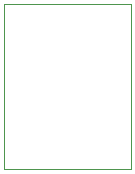
<source format=gm1>
G04 #@! TF.GenerationSoftware,KiCad,Pcbnew,5.1.10*
G04 #@! TF.CreationDate,2022-05-05T11:10:00+02:00*
G04 #@! TF.ProjectId,filter01,66696c74-6572-4303-912e-6b696361645f,rev?*
G04 #@! TF.SameCoordinates,Original*
G04 #@! TF.FileFunction,Profile,NP*
%FSLAX46Y46*%
G04 Gerber Fmt 4.6, Leading zero omitted, Abs format (unit mm)*
G04 Created by KiCad (PCBNEW 5.1.10) date 2022-05-05 11:10:00*
%MOMM*%
%LPD*%
G01*
G04 APERTURE LIST*
G04 #@! TA.AperFunction,Profile*
%ADD10C,0.100000*%
G04 #@! TD*
G04 APERTURE END LIST*
D10*
X202565000Y-59690000D02*
X202565000Y-73660000D01*
X191770000Y-59690000D02*
X202565000Y-59690000D01*
X191770000Y-73660000D02*
X191770000Y-59690000D01*
X202565000Y-73660000D02*
X191770000Y-73660000D01*
M02*

</source>
